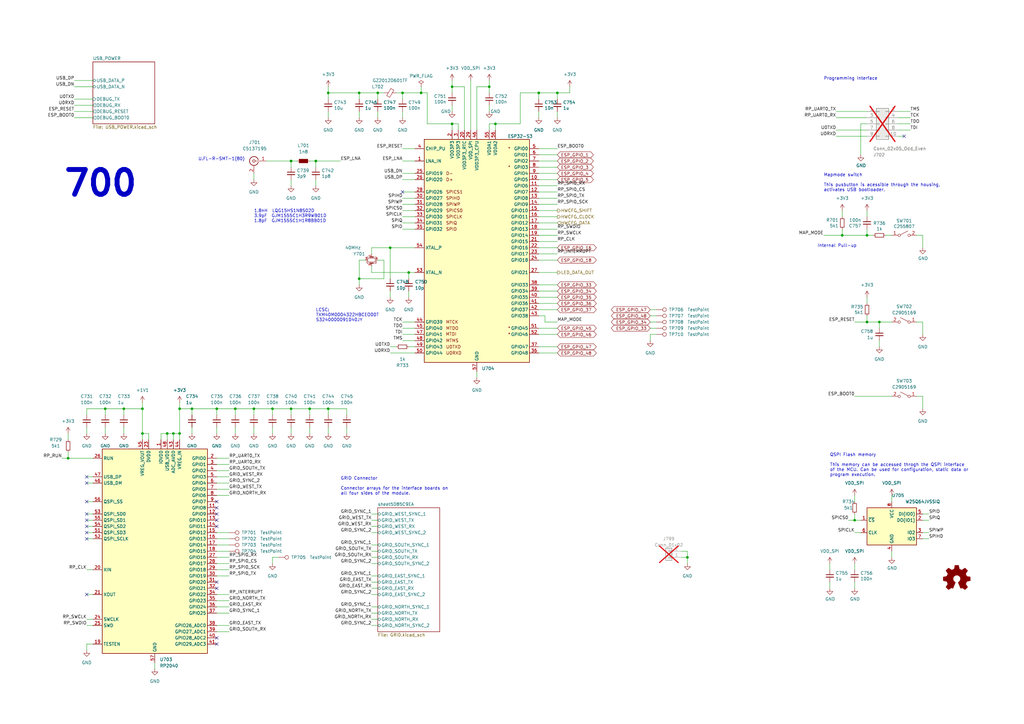
<source format=kicad_sch>
(kicad_sch (version 20231120) (generator "eeschema") (generator_version "8.0")
  (paper "A3")
  (junction (at 88.9 167.64))
  (junction (at 129.54 66.04))
  (junction (at 220.98 38.1))
  (junction (at 71.12 177.8))
  (junction (at 147.32 38.1))
  (junction (at 58.42 177.8))
  (junction (at 172.72 38.1))
  (junction (at 167.64 111.76))
  (junction (at 73.66 177.8))
  (junction (at 147.32 114.3))
  (junction (at 127 167.64))
  (junction (at 73.66 167.64))
  (junction (at 27.94 187.96))
  (junction (at 185.42 50.8))
  (junction (at 350.52 213.36))
  (junction (at 154.94 38.1))
  (junction (at 160.02 101.6))
  (junction (at 355.6 132.08))
  (junction (at 134.62 167.64))
  (junction (at 50.8 167.64))
  (junction (at 119.38 167.64))
  (junction (at 200.66 35.56))
  (junction (at 68.58 177.8))
  (junction (at 96.52 167.64))
  (junction (at 111.76 167.64))
  (junction (at 43.18 167.64))
  (junction (at 104.14 167.64))
  (junction (at 228.6 38.1))
  (junction (at 134.62 38.1))
  (junction (at 58.42 167.64))
  (junction (at 203.2 50.8))
  (junction (at 185.42 35.56))
  (junction (at 78.74 167.64))
  (junction (at 355.6 96.52))
  (junction (at 360.68 132.08))
  (junction (at 345.44 96.52))
  (junction (at 281.94 228.6))
  (junction (at 119.38 66.04))
  (junction (at 165.1 38.1))
  (no_connect (at 370.84 55.88))
  (no_connect (at 165.1 78.74))
  (no_connect (at 35.56 210.82))
  (no_connect (at 35.56 205.74))
  (no_connect (at 35.56 213.36))
  (no_connect (at 35.56 243.84))
  (no_connect (at 35.56 220.98))
  (no_connect (at 35.56 215.9))
  (no_connect (at 35.56 218.44))
  (no_connect (at 35.56 198.12))
  (no_connect (at 35.56 195.58))
  (no_connect (at 88.9 264.16))
  (no_connect (at 88.9 261.62))
  (no_connect (at 88.9 238.76))
  (no_connect (at 88.9 241.3))
  (no_connect (at 88.9 215.9))
  (no_connect (at 88.9 213.36))
  (no_connect (at 88.9 210.82))
  (no_connect (at 88.9 208.28))
  (no_connect (at 88.9 205.74))
  (wire (pts (xy 73.66 167.64) (xy 78.74 167.64)))
  (wire (pts (xy 355.6 121.92) (xy 355.6 124.46)))
  (wire (pts (xy 35.56 198.12) (xy 38.1 198.12)))
  (wire (pts (xy 88.9 218.44) (xy 93.98 218.44)))
  (wire (pts (xy 213.36 38.1) (xy 220.98 38.1)))
  (wire (pts (xy 119.38 175.26) (xy 119.38 177.8)))
  (wire (pts (xy 58.42 180.34) (xy 58.42 177.8)))
  (wire (pts (xy 27.94 187.96) (xy 38.1 187.96)))
  (wire (pts (xy 165.1 93.98) (xy 170.18 93.98)))
  (wire (pts (xy 203.2 50.8) (xy 203.2 53.34)))
  (wire (pts (xy 360.68 139.7) (xy 360.68 142.24)))
  (wire (pts (xy 167.64 111.76) (xy 167.64 114.3)))
  (wire (pts (xy 228.6 38.1) (xy 220.98 38.1)))
  (wire (pts (xy 73.66 180.34) (xy 73.66 177.8)))
  (wire (pts (xy 154.94 228.6) (xy 152.4 228.6)))
  (wire (pts (xy 127 175.26) (xy 127 177.8)))
  (wire (pts (xy 350.52 162.56) (xy 365.76 162.56)))
  (wire (pts (xy 58.42 177.8) (xy 58.42 167.64)))
  (wire (pts (xy 88.9 231.14) (xy 93.98 231.14)))
  (wire (pts (xy 355.6 93.98) (xy 355.6 96.52)))
  (wire (pts (xy 266.7 134.62) (xy 269.24 134.62)))
  (wire (pts (xy 147.32 38.1) (xy 154.94 38.1)))
  (wire (pts (xy 104.14 175.26) (xy 104.14 177.8)))
  (wire (pts (xy 360.68 132.08) (xy 355.6 132.08)))
  (wire (pts (xy 165.1 137.16) (xy 170.18 137.16)))
  (wire (pts (xy 43.18 167.64) (xy 50.8 167.64)))
  (wire (pts (xy 63.5 271.78) (xy 63.5 274.32)))
  (wire (pts (xy 88.9 226.06) (xy 93.98 226.06)))
  (wire (pts (xy 342.9 53.34) (xy 355.6 53.34)))
  (wire (pts (xy 233.68 35.56) (xy 233.68 38.1)))
  (wire (pts (xy 96.52 170.18) (xy 96.52 167.64)))
  (wire (pts (xy 220.98 106.68) (xy 228.6 106.68)))
  (wire (pts (xy 154.94 218.44) (xy 152.4 218.44)))
  (wire (pts (xy 152.4 104.14) (xy 152.4 101.6)))
  (wire (pts (xy 88.9 220.98) (xy 93.98 220.98)))
  (wire (pts (xy 220.98 63.5) (xy 228.6 63.5)))
  (wire (pts (xy 134.62 45.72) (xy 134.62 48.26)))
  (wire (pts (xy 220.98 119.38) (xy 228.6 119.38)))
  (wire (pts (xy 154.94 106.68) (xy 157.48 106.68)))
  (wire (pts (xy 203.2 50.8) (xy 213.36 50.8)))
  (wire (pts (xy 165.1 86.36) (xy 170.18 86.36)))
  (wire (pts (xy 160.02 101.6) (xy 170.18 101.6)))
  (wire (pts (xy 35.56 195.58) (xy 38.1 195.58)))
  (wire (pts (xy 88.9 246.38) (xy 93.98 246.38)))
  (wire (pts (xy 152.4 111.76) (xy 167.64 111.76)))
  (wire (pts (xy 279.4 228.6) (xy 281.94 228.6)))
  (wire (pts (xy 134.62 175.26) (xy 134.62 177.8)))
  (wire (pts (xy 353.06 50.8) (xy 353.06 63.5)))
  (wire (pts (xy 96.52 175.26) (xy 96.52 177.8)))
  (wire (pts (xy 88.9 248.92) (xy 93.98 248.92)))
  (wire (pts (xy 355.6 86.36) (xy 355.6 88.9)))
  (wire (pts (xy 365.76 203.2) (xy 365.76 205.74)))
  (wire (pts (xy 266.7 132.08) (xy 269.24 132.08)))
  (wire (pts (xy 35.56 210.82) (xy 38.1 210.82)))
  (wire (pts (xy 165.1 38.1) (xy 172.72 38.1)))
  (wire (pts (xy 220.98 144.78) (xy 228.6 144.78)))
  (wire (pts (xy 350.52 203.2) (xy 350.52 205.74)))
  (wire (pts (xy 88.9 187.96) (xy 93.98 187.96)))
  (wire (pts (xy 378.46 162.56) (xy 375.92 162.56)))
  (wire (pts (xy 220.98 88.9) (xy 228.6 88.9)))
  (wire (pts (xy 35.56 220.98) (xy 38.1 220.98)))
  (wire (pts (xy 220.98 101.6) (xy 228.6 101.6)))
  (wire (pts (xy 378.46 218.44) (xy 381 218.44)))
  (wire (pts (xy 154.94 45.72) (xy 154.94 48.26)))
  (wire (pts (xy 35.56 213.36) (xy 38.1 213.36)))
  (wire (pts (xy 172.72 38.1) (xy 175.26 38.1)))
  (wire (pts (xy 88.9 259.08) (xy 93.98 259.08)))
  (wire (pts (xy 337.82 96.52) (xy 345.44 96.52)))
  (wire (pts (xy 35.56 233.68) (xy 38.1 233.68)))
  (wire (pts (xy 195.58 35.56) (xy 195.58 53.34)))
  (wire (pts (xy 104.14 170.18) (xy 104.14 167.64)))
  (wire (pts (xy 165.1 83.82) (xy 170.18 83.82)))
  (wire (pts (xy 147.32 106.68) (xy 149.86 106.68)))
  (wire (pts (xy 220.98 129.54) (xy 223.52 129.54)))
  (wire (pts (xy 88.9 223.52) (xy 93.98 223.52)))
  (wire (pts (xy 167.64 119.38) (xy 167.64 121.92)))
  (wire (pts (xy 68.58 177.8) (xy 71.12 177.8)))
  (wire (pts (xy 187.96 53.34) (xy 187.96 50.8)))
  (wire (pts (xy 345.44 93.98) (xy 345.44 96.52)))
  (wire (pts (xy 350.52 231.14) (xy 350.52 233.68)))
  (wire (pts (xy 154.94 223.52) (xy 152.4 223.52)))
  (wire (pts (xy 172.72 35.56) (xy 172.72 38.1)))
  (wire (pts (xy 88.9 200.66) (xy 93.98 200.66)))
  (wire (pts (xy 378.46 96.52) (xy 378.46 101.6)))
  (wire (pts (xy 160.02 142.24) (xy 162.56 142.24)))
  (wire (pts (xy 223.52 132.08) (xy 228.6 132.08)))
  (wire (pts (xy 111.76 167.64) (xy 119.38 167.64)))
  (wire (pts (xy 152.4 101.6) (xy 160.02 101.6)))
  (wire (pts (xy 35.56 175.26) (xy 35.56 177.8)))
  (wire (pts (xy 165.1 91.44) (xy 170.18 91.44)))
  (wire (pts (xy 154.94 241.3) (xy 152.4 241.3)))
  (wire (pts (xy 58.42 165.1) (xy 58.42 167.64)))
  (wire (pts (xy 228.6 60.96) (xy 220.98 60.96)))
  (wire (pts (xy 147.32 114.3) (xy 147.32 116.84)))
  (wire (pts (xy 134.62 167.64) (xy 142.24 167.64)))
  (wire (pts (xy 220.98 83.82) (xy 228.6 83.82)))
  (wire (pts (xy 109.22 66.04) (xy 119.38 66.04)))
  (wire (pts (xy 160.02 144.78) (xy 170.18 144.78)))
  (wire (pts (xy 88.9 198.12) (xy 93.98 198.12)))
  (wire (pts (xy 350.52 213.36) (xy 347.98 213.36)))
  (wire (pts (xy 88.9 228.6) (xy 93.98 228.6)))
  (wire (pts (xy 35.56 256.54) (xy 38.1 256.54)))
  (wire (pts (xy 375.92 96.52) (xy 378.46 96.52)))
  (wire (pts (xy 350.52 132.08) (xy 355.6 132.08)))
  (wire (pts (xy 213.36 38.1) (xy 213.36 50.8)))
  (wire (pts (xy 88.9 170.18) (xy 88.9 167.64)))
  (wire (pts (xy 378.46 210.82) (xy 381 210.82)))
  (wire (pts (xy 281.94 226.06) (xy 279.4 226.06)))
  (wire (pts (xy 73.66 177.8) (xy 73.66 167.64)))
  (wire (pts (xy 165.1 81.28) (xy 170.18 81.28)))
  (wire (pts (xy 30.48 45.72) (xy 38.1 45.72)))
  (wire (pts (xy 154.94 213.36) (xy 152.4 213.36)))
  (wire (pts (xy 355.6 129.54) (xy 355.6 132.08)))
  (wire (pts (xy 228.6 45.72) (xy 228.6 48.26)))
  (wire (pts (xy 353.06 218.44) (xy 350.52 218.44)))
  (wire (pts (xy 165.1 45.72) (xy 165.1 48.26)))
  (wire (pts (xy 190.5 35.56) (xy 190.5 53.34)))
  (wire (pts (xy 368.3 45.72) (xy 373.38 45.72)))
  (wire (pts (xy 185.42 35.56) (xy 185.42 38.1)))
  (wire (pts (xy 266.7 137.16) (xy 269.24 137.16)))
  (wire (pts (xy 88.9 251.46) (xy 93.98 251.46)))
  (wire (pts (xy 370.84 55.88) (xy 368.3 55.88)))
  (wire (pts (xy 35.56 254) (xy 38.1 254)))
  (wire (pts (xy 165.1 60.96) (xy 170.18 60.96)))
  (wire (pts (xy 142.24 175.26) (xy 142.24 177.8)))
  (wire (pts (xy 43.18 170.18) (xy 43.18 167.64)))
  (wire (pts (xy 88.9 203.2) (xy 93.98 203.2)))
  (wire (pts (xy 129.54 66.04) (xy 127 66.04)))
  (wire (pts (xy 167.64 142.24) (xy 170.18 142.24)))
  (wire (pts (xy 200.66 50.8) (xy 203.2 50.8)))
  (wire (pts (xy 111.76 175.26) (xy 111.76 177.8)))
  (wire (pts (xy 200.66 50.8) (xy 200.66 53.34)))
  (wire (pts (xy 119.38 66.04) (xy 121.92 66.04)))
  (wire (pts (xy 154.94 226.06) (xy 152.4 226.06)))
  (wire (pts (xy 160.02 119.38) (xy 160.02 121.92)))
  (wire (pts (xy 88.9 243.84) (xy 93.98 243.84)))
  (wire (pts (xy 88.9 256.54) (xy 93.98 256.54)))
  (wire (pts (xy 154.94 238.76) (xy 152.4 238.76)))
  (wire (pts (xy 165.1 134.62) (xy 170.18 134.62)))
  (wire (pts (xy 154.94 231.14) (xy 152.4 231.14)))
  (wire (pts (xy 378.46 167.64) (xy 378.46 162.56)))
  (wire (pts (xy 88.9 175.26) (xy 88.9 177.8)))
  (wire (pts (xy 147.32 38.1) (xy 147.32 40.64)))
  (wire (pts (xy 281.94 228.6) (xy 281.94 226.06)))
  (wire (pts (xy 185.42 43.18) (xy 185.42 45.72)))
  (wire (pts (xy 119.38 170.18) (xy 119.38 167.64)))
  (wire (pts (xy 104.14 71.12) (xy 104.14 73.66)))
  (wire (pts (xy 68.58 177.8) (xy 68.58 180.34)))
  (wire (pts (xy 35.56 170.18) (xy 35.56 167.64)))
  (wire (pts (xy 154.94 40.64) (xy 154.94 38.1)))
  (wire (pts (xy 185.42 50.8) (xy 175.26 50.8)))
  (wire (pts (xy 368.3 50.8) (xy 373.38 50.8)))
  (wire (pts (xy 220.98 137.16) (xy 228.6 137.16)))
  (wire (pts (xy 165.1 139.7) (xy 170.18 139.7)))
  (wire (pts (xy 154.94 243.84) (xy 152.4 243.84)))
  (wire (pts (xy 71.12 177.8) (xy 71.12 180.34)))
  (wire (pts (xy 342.9 48.26) (xy 355.6 48.26)))
  (wire (pts (xy 88.9 233.68) (xy 93.98 233.68)))
  (wire (pts (xy 378.46 132.08) (xy 375.92 132.08)))
  (wire (pts (xy 154.94 236.22) (xy 152.4 236.22)))
  (wire (pts (xy 233.68 38.1) (xy 228.6 38.1)))
  (wire (pts (xy 35.56 167.64) (xy 43.18 167.64)))
  (wire (pts (xy 88.9 190.5) (xy 93.98 190.5)))
  (wire (pts (xy 342.9 45.72) (xy 355.6 45.72)))
  (wire (pts (xy 340.36 241.3) (xy 340.36 238.76)))
  (wire (pts (xy 60.96 180.34) (xy 60.96 177.8)))
  (wire (pts (xy 281.94 231.14) (xy 281.94 228.6)))
  (wire (pts (xy 96.52 167.64) (xy 104.14 167.64)))
  (wire (pts (xy 104.14 167.64) (xy 111.76 167.64)))
  (wire (pts (xy 27.94 185.42) (xy 27.94 187.96)))
  (wire (pts (xy 190.5 35.56) (xy 185.42 35.56)))
  (wire (pts (xy 220.98 38.1) (xy 220.98 40.64)))
  (wire (pts (xy 340.36 231.14) (xy 340.36 233.68)))
  (wire (pts (xy 35.56 215.9) (xy 38.1 215.9)))
  (wire (pts (xy 43.18 175.26) (xy 43.18 177.8)))
  (wire (pts (xy 165.1 88.9) (xy 170.18 88.9)))
  (wire (pts (xy 35.56 264.16) (xy 35.56 266.7)))
  (wire (pts (xy 127 167.64) (xy 134.62 167.64)))
  (wire (pts (xy 200.66 35.56) (xy 200.66 38.1)))
  (wire (pts (xy 154.94 256.54) (xy 152.4 256.54)))
  (wire (pts (xy 170.18 71.12) (xy 165.1 71.12)))
  (wire (pts (xy 152.4 210.82) (xy 154.94 210.82)))
  (wire (pts (xy 220.98 127) (xy 228.6 127)))
  (wire (pts (xy 152.4 111.76) (xy 152.4 109.22)))
  (wire (pts (xy 220.98 78.74) (xy 228.6 78.74)))
  (wire (pts (xy 147.32 45.72) (xy 147.32 48.26)))
  (wire (pts (xy 365.76 228.6) (xy 365.76 226.06)))
  (wire (pts (xy 220.98 93.98) (xy 228.6 93.98)))
  (wire (pts (xy 185.42 33.02) (xy 185.42 35.56)))
  (wire (pts (xy 134.62 170.18) (xy 134.62 167.64)))
  (wire (pts (xy 345.44 96.52) (xy 355.6 96.52)))
  (wire (pts (xy 154.94 248.92) (xy 152.4 248.92)))
  (wire (pts (xy 154.94 251.46) (xy 152.4 251.46)))
  (wire (pts (xy 50.8 167.64) (xy 58.42 167.64)))
  (wire (pts (xy 142.24 170.18) (xy 142.24 167.64)))
  (wire (pts (xy 220.98 71.12) (xy 228.6 71.12)))
  (wire (pts (xy 88.9 167.64) (xy 96.52 167.64)))
  (wire (pts (xy 378.46 213.36) (xy 381 213.36)))
  (wire (pts (xy 88.9 236.22) (xy 93.98 236.22)))
  (wire (pts (xy 165.1 78.74) (xy 170.18 78.74)))
  (wire (pts (xy 175.26 38.1) (xy 175.26 50.8)))
  (wire (pts (xy 30.48 48.26) (xy 38.1 48.26)))
  (wire (pts (xy 35.56 243.84) (xy 38.1 243.84)))
  (wire (pts (xy 195.58 35.56) (xy 200.66 35.56)))
  (wire (pts (xy 88.9 193.04) (xy 93.98 193.04)))
  (wire (pts (xy 193.04 33.02) (xy 193.04 53.34)))
  (wire (pts (xy 220.98 134.62) (xy 228.6 134.62)))
  (wire (pts (xy 378.46 220.98) (xy 381 220.98)))
  (wire (pts (xy 129.54 66.04) (xy 139.7 66.04)))
  (wire (pts (xy 220.98 81.28) (xy 228.6 81.28)))
  (wire (pts (xy 353.06 50.8) (xy 355.6 50.8)))
  (wire (pts (xy 25.4 187.96) (xy 27.94 187.96)))
  (wire (pts (xy 266.7 129.54) (xy 269.24 129.54)))
  (wire (pts (xy 119.38 66.04) (xy 119.38 68.58)))
  (wire (pts (xy 228.6 38.1) (xy 228.6 40.64)))
  (wire (pts (xy 373.38 48.26) (xy 368.3 48.26)))
  (wire (pts (xy 50.8 167.64) (xy 50.8 170.18)))
  (wire (pts (xy 170.18 73.66) (xy 165.1 73.66)))
  (wire (pts (xy 157.48 114.3) (xy 147.32 114.3)))
  (wire (pts (xy 147.32 114.3) (xy 147.32 106.68)))
  (wire (pts (xy 129.54 68.58) (xy 129.54 66.04)))
  (wire (pts (xy 35.56 205.74) (xy 38.1 205.74)))
  (wire (pts (xy 160.02 101.6) (xy 160.02 114.3)))
  (wire (pts (xy 220.98 86.36) (xy 228.6 86.36)))
  (wire (pts (xy 373.38 53.34) (xy 368.3 53.34)))
  (wire (pts (xy 78.74 175.26) (xy 78.74 177.8)))
  (wire (pts (xy 30.48 43.18) (xy 38.1 43.18)))
  (wire (pts (xy 220.98 116.84) (xy 228.6 116.84)))
  (wire (pts (xy 71.12 177.8) (xy 73.66 177.8)))
  (wire (pts (xy 220.98 68.58) (xy 228.6 68.58)))
  (wire (pts (xy 345.44 86.36) (xy 345.44 88.9)))
  (wire (pts (xy 134.62 35.56) (xy 134.62 38.1)))
  (wire (pts (xy 350.52 241.3) (xy 350.52 238.76)))
  (wire (pts (xy 200.66 33.02) (xy 200.66 35.56)))
  (wire (pts (xy 266.7 139.7) (xy 266.7 137.16)))
  (wire (pts (xy 220.98 96.52) (xy 228.6 96.52)))
  (wire (pts (xy 195.58 152.4) (xy 195.58 154.94)))
  (wire (pts (xy 365.76 132.08) (xy 360.68 132.08)))
  (wire (pts (xy 220.98 111.76) (xy 228.6 111.76)))
  (wire (pts (xy 78.74 167.64) (xy 88.9 167.64)))
  (wire (pts (xy 127 170.18) (xy 127 167.64)))
  (wire (pts (xy 119.38 73.66) (xy 119.38 76.2)))
  (wire (pts (xy 165.1 66.04) (xy 170.18 66.04)))
  (wire (pts (xy 38.1 33.02) (xy 30.48 33.02)))
  (wire (pts (xy 220.98 142.24) (xy 228.6 142.24)))
  (wire (pts (xy 355.6 96.52) (xy 358.14 96.52)))
  (wire (pts (xy 88.9 195.58) (xy 93.98 195.58)))
  (wire (pts (xy 60.96 177.8) (xy 58.42 177.8)))
  (wire (pts (xy 50.8 175.26) (xy 50.8 177.8)))
  (wire (pts (xy 187.96 50.8) (xy 185.42 50.8)))
  (wire (pts (xy 154.94 38.1) (xy 157.48 38.1)))
  (wire (pts (xy 165.1 38.1) (xy 165.1 40.64)))
  (wire (pts (xy 78.74 167.64) (xy 78.74 170.18)))
  (wire (pts (xy 157.48 106.68) (xy 157.48 114.3)))
  (wire (pts (xy 220.98 73.66) (xy 228.6 73.66)))
  (wire (pts (xy 220.98 99.06) (xy 228.6 99.06)))
  (wire (pts (xy 27.94 177.8) (xy 27.94 180.34)))
  (wire (pts (xy 167.64 111.76) (xy 170.18 111.76)))
  (wire (pts (xy 111.76 170.18) (xy 111.76 167.64)))
  (wire (pts (xy 220.98 45.72) (xy 220.98 48.26)))
  (wire (pts (xy 220.98 124.46) (xy 228.6 124.46)))
  (wire (pts (xy 266.7 127) (xy 269.24 127)))
  (wire (pts (xy 66.04 180.34) (xy 66.04 177.8)))
  (wire (pts (xy 129.54 73.66) (xy 129.54 76.2)))
  (wire (pts (xy 152.4 215.9) (xy 154.94 215.9)))
  (wire (pts (xy 35.56 218.44) (xy 38.1 218.44)))
  (wire (pts (xy 119.38 167.64) (xy 127 167.64)))
  (wire (pts (xy 220.98 66.04) (xy 228.6 66.04)))
  (wire (pts (xy 220.98 91.44) (xy 228.6 91.44)))
  (wire (pts (xy 220.98 121.92) (xy 228.6 121.92)))
  (wire (pts (xy 353.06 213.36) (xy 350.52 213.36)))
  (wire (pts (xy 30.48 40.64) (xy 38.1 40.64)))
  (wire (pts (xy 154.94 254) (xy 152.4 254)))
  (wire (pts (xy 378.46 137.16) (xy 378.46 132.08)))
  (wire (pts (xy 73.66 165.1) (xy 73.66 167.64)))
  (wire (pts (xy 342.9 55.88) (xy 355.6 55.88)))
  (wire (pts (xy 162.56 38.1) (xy 165.1 38.1)))
  (wire (pts (xy 111.76 231.14) (xy 111.76 228.6)))
  (wire (pts (xy 200.66 43.18) (xy 200.66 45.72)))
  (wire (pts (xy 134.62 38.1) (xy 134.62 40.64)))
  (wire (pts (xy 185.42 50.8) (xy 185.42 53.34)))
  (wire (pts (xy 360.68 132.08) (xy 360.68 134.62)))
  (wire (pts (xy 350.52 210.82) (xy 350.52 213.36)))
  (wire (pts (xy 66.04 177.8) (xy 68.58 177.8)))
  (wire (pts (xy 35.56 264.16) (xy 38.1 264.16)))
  (wire (pts (xy 363.22 96.52) (xy 365.76 96.52)))
  (wire (pts (xy 165.1 132.08) (xy 170.18 132.08)))
  (wire (pts (xy 30.48 35.56) (xy 38.1 35.56)))
  (wire (pts (xy 220.98 76.2) (xy 228.6 76.2)))
  (wire (pts (xy 220.98 104.14) (xy 228.6 104.14)))
  (wire (pts (xy 111.76 228.6) (xy 114.3 228.6)))
  (wire (pts (xy 134.62 38.1) (xy 147.32 38.1)))
  (wire (pts (xy 223.52 129.54) (xy 223.52 132.08)))
  (text "Mapmode switch\n\nThis pusbutton is acessible through the housing, \nactivates USB bootloader." (at 337.82 78.74 0) (effects (font (size 1.27 1.27)) (justify left bottom)))
  (text "700" (at 25.4 81.28 0) (effects (font (size 10.16 10.16) (thickness 2.032) (bold yes)) (justify left bottom)))
  (text "LCSC:\nTXM40M0004322HBCEO00T\nS3240000091040JY" (at 129.54 132.08 0) (effects (font (size 1.27 1.27)) (justify left bottom)))
  (text "1.8nH  LQG15HS1N8S02D\n3.9pF  GJM1555C1H3R9WB01D\n1.8pF  GJM1555C1H1R8BB01D" (at 104.14 91.44 0) (effects (font (size 1.27 1.27)) (justify left bottom)))
  (text "QSPI Flash memory\n\nThis memory can be accessed throgh the QSPI interface\nof the MCU. Can be used for configuration, static data or\nprogram execution." (at 340.36 195.58 0) (effects (font (size 1.27 1.27)) (justify left bottom)))
  (text "Internal Pull-up" (at 335.28 101.6 0) (effects (font (size 1.27 1.27)) (justify left bottom)))
  (text "GRID Connector\n\nConnector arrays for the interface boards on \nall four sides of the module." (at 139.7 203.2 0) (effects (font (size 1.27 1.27)) (justify left bottom)))
  (text "U.FL-R-SMT-1(80) " (at 81.28 66.04 0) (effects (font (size 1.27 1.27)) (justify left bottom)))
  (text "Programming Interface\n" (at 337.82 33.02 0) (effects (font (size 1.27 1.27)) (justify left bottom)))
  (label "RP_SPI0_CS" (at 93.98 231.14 0))
  (label "GRID_SYNC_1" (at 152.4 223.52 180))
  (label "GRID_EAST_TX" (at 93.98 256.54 0))
  (label "RP_SPI0_RX" (at 93.98 228.6 0))
  (label "GRID_SOUTH_TX" (at 152.4 226.06 180))
  (label "SPICS0" (at 165.1 86.36 180))
  (label "GRID_SYNC_2" (at 152.4 218.44 180))
  (label "GRID_NORTH_TX" (at 93.98 246.38 0))
  (label "GRID_NORTH_TX" (at 152.4 251.46 180))
  (label "USB_DN" (at 30.48 35.56 180))
  (label "GRID_SYNC_2" (at 152.4 256.54 180))
  (label "MAP_MODE" (at 337.82 96.52 180))
  (label "U0TXD" (at 160.02 142.24 180))
  (label "SPICS0" (at 347.98 213.36 180))
  (label "ESP_RESET" (at 30.48 45.72 180))
  (label "TMS" (at 165.1 139.7 180))
  (label "TCK" (at 165.1 132.08 180))
  (label "GRID_NORTH_RX" (at 93.98 203.2 0))
  (label "RP_SWCLK" (at 35.56 254 180))
  (label "RP_SPI0_RX" (at 228.6 76.2 0))
  (label "GRID_SYNC_1" (at 152.4 210.82 180))
  (label "SPIQ" (at 165.1 91.44 180))
  (label "U0TXD" (at 30.48 40.64 180))
  (label "RP_SPI0_TX" (at 93.98 236.22 0))
  (label "GRID_SYNC_1" (at 152.4 236.22 180))
  (label "U0RXD" (at 160.02 144.78 180))
  (label "TDO" (at 165.1 134.62 180))
  (label "U0RXD" (at 342.9 55.88 180))
  (label "ESP_BOOT0" (at 30.48 48.26 180))
  (label "GRID_SOUTH_RX" (at 93.98 259.08 0))
  (label "GRID_SYNC_2" (at 152.4 243.84 180))
  (label "SPIQ" (at 381 213.36 0))
  (label "RP_SPI0_TX" (at 228.6 81.28 0))
  (label "GRID_WEST_RX" (at 152.4 215.9 180))
  (label "GRID_WEST_RX" (at 93.98 195.58 0))
  (label "RP_SWDIO" (at 228.6 93.98 0))
  (label "RP_SWDIO" (at 35.56 256.54 180))
  (label "RP_CLK" (at 35.56 233.68 180))
  (label "RP_SWCLK" (at 228.6 96.52 0))
  (label "RP_SPI0_SCK" (at 93.98 233.68 0))
  (label "RP_UART0_TX" (at 93.98 187.96 0))
  (label "SPID" (at 165.1 93.98 180))
  (label "U0TXD" (at 342.9 53.34 180))
  (label "SPID" (at 381 210.82 0))
  (label "ESP_BOOT0" (at 228.6 60.96 0))
  (label "TDO" (at 373.38 50.8 0))
  (label "TDI" (at 165.1 137.16 180))
  (label "GRID_WEST_TX" (at 93.98 200.66 0))
  (label "RP_INTERRUPT" (at 228.6 104.14 0))
  (label "RP_SPI0_SCK" (at 228.6 83.82 0))
  (label "GRID_EAST_RX" (at 93.98 248.92 0))
  (label "USB_DN" (at 165.1 71.12 180))
  (label "SPIHD" (at 165.1 81.28 180))
  (label "ESP_RESET" (at 165.1 60.96 180))
  (label "TMS" (at 373.38 45.72 0))
  (label "SPIHD" (at 381 220.98 0))
  (label "ESP_LNA" (at 139.7 66.04 0))
  (label "ESP_BOOT0" (at 350.52 162.56 180))
  (label "RP_UART0_TX" (at 342.9 45.72 180))
  (label "RP_INTERRUPT" (at 93.98 243.84 0))
  (label "U0RXD" (at 30.48 43.18 180))
  (label "GRID_EAST_RX" (at 152.4 241.3 180))
  (label "USB_DP" (at 165.1 73.66 180))
  (label "GRID_SOUTH_TX" (at 93.98 193.04 0))
  (label "GRID_EAST_TX" (at 152.4 238.76 180))
  (label "SPICLK" (at 350.52 218.44 180))
  (label "RP_SPI0_CS" (at 228.6 78.74 0))
  (label "RP_UART0_RX" (at 342.9 48.26 180))
  (label "TCK" (at 373.38 48.26 0))
  (label "RP_RUN" (at 25.4 187.96 180))
  (label "RP_CLK" (at 228.6 99.06 0))
  (label "TDI" (at 373.38 53.34 0))
  (label "GRID_SYNC_1" (at 93.98 251.46 0))
  (label "ESP_RESET" (at 350.52 132.08 180))
  (label "GRID_SOUTH_RX" (at 152.4 228.6 180))
  (label "SPIWP" (at 165.1 83.82 180))
  (label "MAP_MODE" (at 228.6 132.08 0))
  (label "USB_DP" (at 30.48 33.02 180))
  (label "SPICLK" (at 165.1 88.9 180))
  (label "ESP_LNA" (at 165.1 66.04 180))
  (label "GRID_SYNC_1" (at 152.4 248.92 180))
  (label "RP_UART0_RX" (at 93.98 190.5 0))
  (label "SPIWP" (at 381 218.44 0))
  (label "GRID_NORTH_RX" (at 152.4 254 180))
  (label "GRID_SYNC_2" (at 93.98 198.12 0))
  (label "GRID_SYNC_2" (at 152.4 231.14 180))
  (label "GRID_WEST_TX" (at 152.4 213.36 180))
  (global_label "ESP_GPIO_33" (shape bidirectional) (at 228.6 116.84 0) (property "Intersheetrefs" "${INTERSHEET_REFS}" (effects (hide yes))))
  (global_label "ESP_GPIO_16" (shape bidirectional) (at 228.6 101.6 0) (property "Intersheetrefs" "${INTERSHEET_REFS}" (effects (hide yes))))
  (global_label "ESP_GPIO_34" (shape bidirectional) (at 266.7 132.08 180) (property "Intersheetrefs" "${INTERSHEET_REFS}" (effects (hide yes))))
  (global_label "ESP_GPIO_47" (shape bidirectional) (at 266.7 127 180) (property "Intersheetrefs" "${INTERSHEET_REFS}" (effects (hide yes))))
  (global_label "ESP_GPIO_48" (shape bidirectional) (at 228.6 144.78 0) (property "Intersheetrefs" "${INTERSHEET_REFS}" (effects (hide yes))))
  (global_label "ESP_GPIO_2" (shape bidirectional) (at 228.6 66.04 0) (property "Intersheetrefs" "${INTERSHEET_REFS}" (effects (hide yes))))
  (global_label "ESP_GPIO_4" (shape bidirectional) (at 228.6 71.12 0) (property "Intersheetrefs" "${INTERSHEET_REFS}" (effects (hide yes))))
  (global_label "ESP_GPIO_1" (shape bidirectional) (at 228.6 63.5 0) (property "Intersheetrefs" "${INTERSHEET_REFS}" (effects (hide yes))))
  (global_label "ESP_GPIO_45" (shape bidirectional) (at 228.6 134.62 0) (property "Intersheetrefs" "${INTERSHEET_REFS}" (effects (hide yes))))
  (global_label "ESP_GPIO_36" (shape bidirectional) (at 228.6 124.46 0) (property "Intersheetrefs" "${INTERSHEET_REFS}" (effects (hide yes))))
  (global_label "ESP_GPIO_18" (shape bidirectional) (at 228.6 106.68 0) (property "Intersheetrefs" "${INTERSHEET_REFS}" (effects (hide yes))))
  (global_label "ESP_GPIO_5" (shape bidirectional) (at 228.6 73.66 0) (property "Intersheetrefs" "${INTERSHEET_REFS}" (effects (hide yes))))
  (global_label "ESP_GPIO_46" (shape bidirectional) (at 228.6 137.16 0) (property "Intersheetrefs" "${INTERSHEET_REFS}" (effects (hide yes))))
  (global_label "ESP_GPIO_48" (shape bidirectional) (at 266.7 129.54 180) (property "Intersheetrefs" "${INTERSHEET_REFS}" (effects (hide yes))))
  (global_label "ESP_GPIO_33" (shape bidirectional) (at 266.7 134.62 180) (property "Intersheetrefs" "${INTERSHEET_REFS}" (effects (hide yes))))
  (global_label "ESP_GPIO_35" (shape bidirectional) (at 228.6 121.92 0) (property "Intersheetrefs" "${INTERSHEET_REFS}" (effects (hide yes))))
  (global_label "ESP_GPIO_34" (shape bidirectional) (at 228.6 119.38 0) (property "Intersheetrefs" "${INTERSHEET_REFS}" (effects (hide yes))))
  (global_label "ESP_GPIO_3" (shape bidirectional) (at 228.6 68.58 0) (property "Intersheetrefs" "${INTERSHEET_REFS}" (effects (hide yes))))
  (global_label "ESP_GPIO_47" (shape bidirectional) (at 228.6 142.24 0) (property "Intersheetrefs" "${INTERSHEET_REFS}" (effects (hide yes))))
  (global_label "ESP_GPIO_37" (shape bidirectional) (at 228.6 127 0) (property "Intersheetrefs" "${INTERSHEET_REFS}" (effects (hide yes))))
  (hierarchical_label "HWCFG_CLOCK" (shape output) (at 228.6 88.9 0))
  (hierarchical_label "HWCFG_DATA" (shape input) (at 228.6 91.44 0))
  (hierarchical_label "HWCFG_SHIFT" (shape output) (at 228.6 86.36 0))
  (hierarchical_label "LED_DATA_OUT" (shape output) (at 228.6 111.76 0))
  (symbol (lib_id "suku_basics:U_FLASH_W25Q16JVSSIQ") (at 365.76 215.9 0) (unit 1)
    (property "Reference" "U705" (at 368.3 203.2 0))
    (property "Value" "W25Q64JVSSIQ" (at 378.46 205.74 0))
    (property "Footprint" "suku_basics:SOIC-8W_FLASH" (effects (hide yes)))
    (property "Datasheet" "http://www.winbond.com/resource-files/w25q32jv%20revg%2003272018%20plus.pdf" (effects (hide yes)))
  )
  (symbol (lib_id "suku_basics:CAP") (at 350.52 236.22 0) (unit 1)
    (property "Reference" "C756" (at 352.8568 235.0516 0) (effects (justify left)))
    (property "Value" "100n" (at 352.8568 237.363 0) (effects (justify left)))
    (property "Footprint" "suku_basics:CAP_0402" (effects (hide yes)))
  )
  (symbol (lib_id "power:GND") (at 365.76 228.6 0) (unit 1)
    (property "Reference" "#PWR0843" (effects (hide yes)))
    (property "Value" "GND" (at 365.887 232.9942 0))
  )
  (symbol (lib_id "power:GND") (at 350.52 241.3 0) (unit 1)
    (property "Reference" "#PWR0838" (effects (hide yes)))
    (property "Value" "GND" (at 350.647 245.6942 0))
  )
  (symbol (lib_id "Switch:SW_SPST") (at 370.84 96.52 0) (unit 1)
    (property "Reference" "SW701" (at 370.84 90.551 0))
    (property "Value" "C255807" (at 370.84 92.8624 0))
    (property "Footprint" "suku_basics:SW_HYP_MAPMODE" (effects (hide yes)))
  )
  (symbol (lib_id "suku_basics:RES") (at 360.68 96.52 270) (unit 1)
    (property "Reference" "R736" (at 360.68 91.5416 90))
    (property "Value" "1k" (at 360.68 93.853 90))
    (property "Footprint" "suku_basics:RES_0402" (effects (hide yes)))
  )
  (symbol (lib_id "power:GND") (at 378.46 101.6 0) (unit 1)
    (property "Reference" "#PWR0844" (effects (hide yes)))
    (property "Value" "GND" (at 378.587 105.9942 0))
  )
  (symbol (lib_id "suku_basics:CAP") (at 355.6 91.44 180) (unit 1)
    (property "Reference" "C757" (at 353.2632 92.6084 0) (effects (justify left)))
    (property "Value" "100n" (at 353.2632 90.297 0) (effects (justify left)))
    (property "Footprint" "suku_basics:CAP_0402" (effects (hide yes)))
  )
  (symbol (lib_id "Connector:TestPoint") (at 269.24 137.16 270) (unit 1)
    (property "Reference" "TP710" (at 274.32 137.16 90) (effects (justify left)))
    (property "Value" "TestPoint" (at 281.94 137.16 90) (effects (justify left)))
    (property "Footprint" "TestPoint:TestPoint_Pad_1.0x1.0mm" (effects (hide yes)))
  )
  (symbol (lib_id "Connector:TestPoint") (at 93.98 226.06 270) (unit 1)
    (property "Reference" "TP704" (at 99.06 226.06 90) (effects (justify left)))
    (property "Value" "TestPoint" (at 106.68 226.06 90) (effects (justify left)))
    (property "Footprint" "TestPoint:TestPoint_Pad_D1.0mm" (effects (hide yes)))
  )
  (symbol (lib_id "suku_basics:CAP") (at 142.24 172.72 0) (unit 1)
    (property "Reference" "C745" (at 139.7 162.56 0) (effects (justify left)))
    (property "Value" "100n" (at 139.7 165.1 0) (effects (justify left)))
    (property "Footprint" "suku_basics:CAP_0402" (effects (hide yes)))
  )
  (symbol (lib_id "suku_basics:CAP") (at 200.66 40.64 0) (unit 1)
    (property "Reference" "C752" (at 202.9968 39.4716 0) (effects (justify left)))
    (property "Value" "100n" (at 202.9968 41.783 0) (effects (justify left)))
    (property "Footprint" "suku_basics:CAP_0402" (effects (hide yes)))
  )
  (symbol (lib_id "power:GND") (at 63.5 274.32 0) (unit 1)
    (property "Reference" "#PWR0799" (effects (hide yes)))
    (property "Value" "GND" (at 63.5 279.4 0))
  )
  (symbol (lib_id "power:GND") (at 43.18 177.8 0) (unit 1)
    (property "Reference" "#PWR0796" (effects (hide yes)))
    (property "Value" "GND" (at 43.18 182.88 0))
  )
  (symbol (lib_id "power:+3V3") (at 355.6 121.92 0) (unit 1)
    (property "Reference" "#PWR0835" (effects (hide yes)))
    (property "Value" "+3V3" (at 355.6 116.84 0))
  )
  (symbol (lib_id "suku_basics:VDD_SPI") (at 365.76 203.2 0) (unit 1)
    (property "Reference" "#PWR0842" (effects (hide yes)))
    (property "Value" "VDD_SPI" (at 365.76 198.12 0))
  )
  (symbol (lib_id "suku_basics:CAP") (at 111.76 172.72 0) (unit 1)
    (property "Reference" "C738" (at 109.22 162.56 0) (effects (justify left)))
    (property "Value" "100n" (at 109.22 165.1 0) (effects (justify left)))
    (property "Footprint" "suku_basics:CAP_0402" (effects (hide yes)))
  )
  (symbol (lib_id "suku_basics:RP2040") (at 63.5 226.06 0) (unit 1)
    (property "Reference" "U703" (at 65.5194 270.51 0) (effects (justify left)))
    (property "Value" "RP2040" (at 65.5194 273.05 0) (effects (justify left)))
    (property "Footprint" "suku_basics:RP2040_QFN-56-1EP_7x7mm_P0.4mm_EP3.2x3.2mm" (effects (hide yes)))
    (property "Datasheet" "https://datasheets.raspberrypi.com/rp2040/rp2040-datasheet.pdf" (effects (hide yes)))
  )
  (symbol (lib_id "power:GND") (at 195.58 154.94 0) (unit 1)
    (property "Reference" "#PWR0825" (effects (hide yes)))
    (property "Value" "GND" (at 195.58 160.02 0))
  )
  (symbol (lib_id "Connector:TestPoint") (at 93.98 223.52 270) (unit 1)
    (property "Reference" "TP703" (at 99.06 223.52 90) (effects (justify left)))
    (property "Value" "TestPoint" (at 106.68 223.52 90) (effects (justify left)))
    (property "Footprint" "TestPoint:TestPoint_Pad_D1.0mm" (effects (hide yes)))
  )
  (symbol (lib_id "suku_basics:CAP") (at 165.1 43.18 0) (unit 1)
    (property "Reference" "C749" (at 167.4368 42.0116 0) (effects (justify left)))
    (property "Value" "100n" (at 167.4368 44.323 0) (effects (justify left)))
    (property "Footprint" "suku_basics:CAP_0402" (effects (hide yes)))
  )
  (symbol (lib_id "power:GND") (at 35.56 266.7 0) (unit 1)
    (property "Reference" "#PWR0795" (effects (hide yes)))
    (property "Value" "GND" (at 35.56 271.78 0))
  )
  (symbol (lib_id "Switch:SW_SPST") (at 370.84 132.08 0) (mirror y) (unit 1)
    (property "Reference" "SW702" (at 370.84 125.73 0))
    (property "Value" "C2905169" (at 370.84 128.27 0))
    (property "Footprint" "Button_Switch_SMD:SW_SPST_CK_RS282G05A3" (effects (hide yes)))
  )
  (symbol (lib_id "suku_basics:CAP") (at 78.74 172.72 0) (unit 1)
    (property "Reference" "C734" (at 76.2 162.56 0) (effects (justify left)))
    (property "Value" "1u" (at 76.2 165.1 0) (effects (justify left)))
    (property "Footprint" "suku_basics:CAP_0402" (effects (hide yes)))
  )
  (symbol (lib_id "power:GND") (at 340.36 241.3 0) (unit 1)
    (property "Reference" "#PWR0834" (effects (hide yes)))
    (property "Value" "GND" (at 340.487 245.6942 0))
  )
  (symbol (lib_id "suku_basics:CAP") (at 35.56 172.72 0) (unit 1)
    (property "Reference" "C731" (at 33.02 162.56 0) (effects (justify left)))
    (property "Value" "100n" (at 33.02 165.1 0) (effects (justify left)))
    (property "Footprint" "suku_basics:CAP_0402" (effects (hide yes)))
  )
  (symbol (lib_id "suku_basics:INDUCTOR") (at 124.46 66.04 90) (unit 1)
    (property "Reference" "L701" (at 124.46 59.69 90))
    (property "Value" "1n8" (at 124.46 62.23 90))
    (property "Footprint" "suku_basics:IND_0402" (effects (hide yes)))
  )
  (symbol (lib_id "suku_basics:CAP") (at 147.32 43.18 0) (unit 1)
    (property "Reference" "C746" (at 149.6568 42.0116 0) (effects (justify left)))
    (property "Value" "1u" (at 149.6568 44.323 0) (effects (justify left)))
    (property "Footprint" "suku_basics:CAP_0402" (effects (hide yes)))
  )
  (symbol (lib_id "power:GND") (at 134.62 177.8 0) (unit 1)
    (property "Reference" "#PWR0814" (effects (hide yes)))
    (property "Value" "GND" (at 134.62 182.88 0))
  )
  (symbol (lib_id "power:GND") (at 165.1 48.26 0) (unit 1)
    (property "Reference" "#PWR0820" (effects (hide yes)))
    (property "Value" "GND" (at 165.1 53.34 0))
  )
  (symbol (lib_id "Connector:TestPoint") (at 269.24 132.08 270) (unit 1)
    (property "Reference" "TP708" (at 274.32 132.08 90) (effects (justify left)))
    (property "Value" "TestPoint" (at 281.94 132.08 90) (effects (justify left)))
    (property "Footprint" "TestPoint:TestPoint_Pad_D1.0mm" (effects (hide yes)))
  )
  (symbol (lib_id "Connector:TestPoint") (at 269.24 129.54 270) (unit 1)
    (property "Reference" "TP707" (at 274.32 129.54 90) (effects (justify left)))
    (property "Value" "TestPoint" (at 281.94 129.54 90) (effects (justify left)))
    (property "Footprint" "TestPoint:TestPoint_Pad_D1.0mm" (effects (hide yes)))
  )
  (symbol (lib_id "power:GND") (at 104.14 177.8 0) (unit 1)
    (property "Reference" "#PWR0805" (effects (hide yes)))
    (property "Value" "GND" (at 104.14 182.88 0))
  )
  (symbol (lib_id "power:GND") (at 147.32 116.84 0) (unit 1)
    (property "Reference" "#PWR0817" (effects (hide yes)))
    (property "Value" "GND" (at 147.32 121.92 0))
  )
  (symbol (lib_id "suku_basics:OSHWA") (at 392.43 237.49 0) (unit 1) (in_bom no)
    (property "Reference" "LOGO701" (effects (hide yes)))
    (property "Value" "OSHWA" (effects (hide yes)))
    (property "Footprint" "suku_basics:OSHWA" (effects (hide yes)))
  )
  (symbol (lib_id "suku_basics:CAP") (at 119.38 172.72 0) (unit 1)
    (property "Reference" "C740" (at 116.84 162.56 0) (effects (justify left)))
    (property "Value" "100n" (at 116.84 165.1 0) (effects (justify left)))
    (property "Footprint" "suku_basics:CAP_0402" (effects (hide yes)))
  )
  (symbol (lib_id "power:GND") (at 78.74 177.8 0) (unit 1)
    (property "Reference" "#PWR0801" (effects (hide yes)))
    (property "Value" "GND" (at 78.74 182.88 0))
  )
  (symbol (lib_id "power:GND") (at 104.14 73.66 0) (unit 1)
    (property "Reference" "#PWR0804" (effects (hide yes)))
    (property "Value" "GND" (at 104.14 78.74 0))
  )
  (symbol (lib_id "power:GND") (at 200.66 45.72 0) (unit 1)
    (property "Reference" "#PWR0827" (effects (hide yes)))
    (property "Value" "GND" (at 203.2 45.72 0))
  )
  (symbol (lib_id "suku_basics:CAP") (at 167.64 116.84 0) (unit 1)
    (property "Reference" "C750" (at 170.18 115.5762 0) (effects (justify left)))
    (property "Value" "10p" (at 170.18 118.1162 0) (effects (justify left)))
    (property "Footprint" "suku_basics:CAP_0402" (effects (hide yes)))
  )
  (symbol (lib_id "suku_basics:ESP32_XTAL") (at 152.4 106.68 270) (unit 1)
    (property "Reference" "Y701" (at 147.32 104.14 90))
    (property "Value" "40MHz" (at 144.78 101.6 90))
    (property "Footprint" "Crystal:Crystal_SMD_Abracon_ABM8G-4Pin_3.2x2.5mm" (effects (hide yes)))
  )
  (symbol (lib_id "power:GND") (at 142.24 177.8 0) (unit 1)
    (property "Reference" "#PWR0815" (effects (hide yes)))
    (property "Value" "GND" (at 142.24 182.88 0))
  )
  (symbol (lib_id "power:GND") (at 353.06 63.5 0) (unit 1)
    (property "Reference" "#PWR0839" (effects (hide yes)))
    (property "Value" "GND" (at 353.187 67.8942 0))
  )
  (symbol (lib_id "suku_basics:CAP") (at 134.62 43.18 0) (unit 1)
    (property "Reference" "C743" (at 136.9568 42.0116 0) (effects (justify left)))
    (property "Value" "10u" (at 136.9568 44.323 0) (effects (justify left)))
    (property "Footprint" "suku_basics:CAP_0402" (effects (hide yes)))
  )
  (symbol (lib_id "Connector_Generic:Conn_02x05_Odd_Even") (at 360.68 50.8 0) (unit 1) (in_bom no) (dnp yes)
    (property "Reference" "J702" (at 358.14 63.5 0) (effects (justify left)))
    (property "Value" "Conn_02x05_Odd_Even" (at 358.14 60.96 0) (effects (justify left)))
    (property "Footprint" "Connector_PinHeader_1.27mm:PinHeader_2x05_P1.27mm_Vertical" (effects (hide yes)))
  )
  (symbol (lib_id "power:GND") (at 228.6 48.26 0) (unit 1)
    (property "Reference" "#PWR0829" (effects (hide yes)))
    (property "Value" "GND" (at 228.6 53.34 0))
  )
  (symbol (lib_id "power:GND") (at 147.32 48.26 0) (unit 1)
    (property "Reference" "#PWR0816" (effects (hide yes)))
    (property "Value" "GND" (at 147.32 53.34 0))
  )
  (symbol (lib_id "suku_basics:RES") (at 345.44 91.44 0) (mirror y) (unit 1)
    (property "Reference" "R701" (at 343.9414 90.2716 0) (effects (justify left)))
    (property "Value" "5k1" (at 343.9414 92.583 0) (effects (justify left)))
    (property "Footprint" "suku_basics:RES_0402" (effects (hide yes)))
  )
  (symbol (lib_id "power:+3V3") (at 355.6 86.36 0) (unit 1)
    (property "Reference" "#PWR0840" (effects (hide yes)))
    (property "Value" "+3V3" (at 355.6 81.28 0))
  )
  (symbol (lib_id "suku_basics:VDD_SPI") (at 350.52 203.2 0) (unit 1)
    (property "Reference" "#PWR0836" (effects (hide yes)))
    (property "Value" "VDD_SPI" (at 350.52 198.12 0))
  )
  (symbol (lib_id "suku_basics:CAP") (at 129.54 71.12 0) (unit 1)
    (property "Reference" "C742" (at 131.8768 69.9516 0) (effects (justify left)))
    (property "Value" "1p8" (at 131.8768 72.263 0) (effects (justify left)))
    (property "Footprint" "suku_basics:CAP_0402" (effects (hide yes)))
  )
  (symbol (lib_id "suku_basics:CAP") (at 88.9 172.72 0) (unit 1)
    (property "Reference" "C735" (at 86.36 162.56 0) (effects (justify left)))
    (property "Value" "100n" (at 86.36 165.1 0) (effects (justify left)))
    (property "Footprint" "suku_basics:CAP_0402" (effects (hide yes)))
  )
  (symbol (lib_id "Connector_Generic:Conn_01x02") (at 274.32 228.6 180) (unit 1) (in_bom no) (dnp yes)
    (property "Reference" "J799" (at 274.32 220.98 0))
    (property "Value" "Conn_01x02" (at 274.32 223.52 0))
    (property "Footprint" "suku_basics:OscilloscopeGround" (effects (hide yes)))
    (instances (project "PCBA-PBF4" (path "" (reference "J799") (unit 1))) (project "MIDI_Host" (path "" (reference "J3") (unit 1))))
  )
  (symbol (lib_id "suku_basics:CAP") (at 50.8 172.72 0) (unit 1)
    (property "Reference" "C733" (at 48.26 162.56 0) (effects (justify left)))
    (property "Value" "1u" (at 48.26 165.1 0) (effects (justify left)))
    (property "Footprint" "suku_basics:CAP_0402" (effects (hide yes)))
  )
  (symbol (lib_id "power:GND") (at 88.9 177.8 0) (unit 1)
    (property "Reference" "#PWR0802" (effects (hide yes)))
    (property "Value" "GND" (at 88.9 182.88 0))
  )
  (symbol (lib_id "power:+3V3") (at 73.66 165.1 0) (unit 1)
    (property "Reference" "#PWR0800" (effects (hide yes)))
    (property "Value" "+3V3" (at 73.66 160.02 0))
  )
  (symbol (lib_id "power:GND") (at 220.98 48.26 0) (unit 1)
    (property "Reference" "#PWR0828" (effects (hide yes)))
    (property "Value" "GND" (at 220.98 53.34 0))
  )
  (symbol (lib_id "power:+3V3") (at 27.94 177.8 0) (unit 1)
    (property "Reference" "#PWR0793" (effects (hide yes)))
    (property "Value" "+3V3" (at 27.94 172.72 0))
  )
  (symbol (lib_id "power:GND") (at 119.38 177.8 0) (unit 1)
    (property "Reference" "#PWR0809" (effects (hide yes)))
    (property "Value" "GND" (at 119.38 182.88 0))
  )
  (symbol (lib_id "power:GND") (at 378.46 137.16 0) (mirror y) (unit 1)
    (property "Reference" "#PWR0845" (effects (hide yes)))
    (property "Value" "GND" (at 378.46 142.24 0))
  )
  (symbol (lib_id "power:GND") (at 96.52 177.8 0) (unit 1)
    (property "Reference" "#PWR0803" (effects (hide yes)))
    (property "Value" "GND" (at 96.52 182.88 0))
  )
  (symbol (lib_id "suku_basics:CAP") (at 154.94 43.18 0) (unit 1)
    (property "Reference" "C747" (at 157.2768 42.0116 0) (effects (justify left)))
    (property "Value" "100n" (at 157.2768 44.323 0) (effects (justify left)))
    (property "Footprint" "suku_basics:CAP_0402" (effects (hide yes)))
  )
  (symbol (lib_id "Connector:TestPoint") (at 114.3 228.6 270) (unit 1)
    (property "Reference" "TP705" (at 119.38 228.6 90) (effects (justify left)))
    (property "Value" "TestPoint" (at 127 228.6 90) (effects (justify left)))
    (property "Footprint" "TestPoint:TestPoint_Pad_1.0x1.0mm" (effects (hide yes)))
  )
  (symbol (lib_id "suku_basics:CAP") (at 43.18 172.72 0) (unit 1)
    (property "Reference" "C732" (at 40.64 162.56 0) (effects (justify left)))
    (property "Value" "100n" (at 40.64 165.1 0) (effects (justify left)))
    (property "Footprint" "suku_basics:CAP_0402" (effects (hide yes)))
  )
  (symbol (lib_id "power:+3V3") (at 200.66 33.02 0) (unit 1)
    (property "Reference" "#PWR0826" (effects (hide yes)))
    (property "Value" "+3V3" (at 200.66 27.94 0))
  )
  (symbol (lib_id "power:GND") (at 127 177.8 0) (unit 1)
    (property "Reference" "#PWR0810" (effects (hide yes)))
    (property "Value" "GND" (at 127 182.88 0))
  )
  (symbol (lib_id "suku_basics:VDD_SPI") (at 193.04 33.02 0) (unit 1)
    (property "Reference" "#PWR0824" (effects (hide yes)))
    (property "Value" "VDD_SPI" (at 193.04 27.94 0))
  )
  (symbol (lib_id "Connector:TestPoint") (at 93.98 220.98 270) (unit 1)
    (property "Reference" "TP702" (at 99.06 220.98 90) (effects (justify left)))
    (property "Value" "TestPoint" (at 106.68 220.98 90) (effects (justify left)))
    (property "Footprint" "TestPoint:TestPoint_Pad_D1.0mm" (effects (hide yes)))
  )
  (symbol (lib_id "power:GND") (at 111.76 177.8 0) (unit 1)
    (property "Reference" "#PWR0806" (effects (hide yes)))
    (property "Value" "GND" (at 111.76 182.88 0))
  )
  (symbol (lib_id "power:GND") (at 266.7 139.7 0) (unit 1)
    (property "Reference" "#PWR0831" (effects (hide yes)))
    (property "Value" "GND" (at 266.7 144.78 0))
  )
  (symbol (lib_id "power:GND") (at 360.68 142.24 0) (mirror y) (unit 1)
    (property "Reference" "#PWR0841" (effects (hide yes)))
    (property "Value" "GND" (at 360.68 147.32 0))
  )
  (symbol (lib_id "power:GND") (at 50.8 177.8 0) (unit 1)
    (property "Reference" "#PWR0797" (effects (hide yes)))
    (property "Value" "GND" (at 50.8 182.88 0))
  )
  (symbol (lib_id "Connector:TestPoint") (at 269.24 127 270) (unit 1)
    (property "Reference" "TP706" (at 274.32 127 90) (effects (justify left)))
    (property "Value" "TestPoint" (at 281.94 127 90) (effects (justify left)))
    (property "Footprint" "TestPoint:TestPoint_Pad_D1.0mm" (effects (hide yes)))
  )
  (symbol (lib_id "suku_basics:CAP") (at 104.14 172.72 0) (unit 1)
    (property "Reference" "C737" (at 101.6 162.56 0) (effects (justify left)))
    (property "Value" "100n" (at 101.6 165.1 0) (effects (justify left)))
    (property "Footprint" "suku_basics:CAP_0402" (effects (hide yes)))
  )
  (symbol (lib_id "power:GND") (at 281.94 231.14 0) (unit 1)
    (property "Reference" "#PWR01058" (effects (hide yes)))
    (property "Value" "GND" (at 281.94 236.22 0))
    (instances (project "PCBA-PBF4" (path "" (reference "#PWR01058") (unit 1))) (project "MIDI_Host" (path "" (reference "#PWR094") (unit 1))))
  )
  (symbol (lib_id "suku_basics:CAP") (at 360.68 137.16 0) (mirror y) (unit 1)
    (property "Reference" "C758" (at 358.14 135.8962 0) (effects (justify left)))
    (property "Value" "1u" (at 358.14 138.4362 0) (effects (justify left)))
    (property "Footprint" "suku_basics:CAP_0402" (effects (hide yes)))
  )
  (symbol (lib_id "suku_basics:CAP") (at 220.98 43.18 0) (unit 1)
    (property "Reference" "C753" (at 223.3168 42.0116 0) (effects (justify left)))
    (property "Value" "10n" (at 223.3168 44.323 0) (effects (justify left)))
    (property "Footprint" "suku_basics:CAP_0402" (effects (hide yes)))
  )
  (symbol (lib_id "power:GND") (at 160.02 121.92 0) (unit 1)
    (property "Reference" "#PWR0819" (effects (hide yes)))
    (property "Value" "GND" (at 160.02 127 0))
  )
  (symbol (lib_id "Connector:TestPoint") (at 93.98 218.44 270) (unit 1)
    (property "Reference" "TP701" (at 99.06 218.44 90) (effects (justify left)))
    (property "Value" "TestPoint" (at 106.68 218.44 90) (effects (justify left)))
    (property "Footprint" "TestPoint:TestPoint_Pad_D1.0mm" (effects (hide yes)))
  )
  (symbol (lib_id "power:GND") (at 111.76 231.14 0) (unit 1)
    (property "Reference" "#PWR0807" (effects (hide yes)))
    (property "Value" "GND" (at 111.76 236.22 0))
  )
  (symbol (lib_id "suku_basics:FERRIT") (at 160.02 38.1 270) (unit 1)
    (property "Reference" "L702" (at 154.94 35.56 90))
    (property "Value" "GZ2012D601TF" (at 160.02 33.02 90))
    (property "Footprint" "suku_basics:FERRIT_0805" (effects (hide yes)))
  )
  (symbol (lib_id "suku_basics:CAP") (at 185.42 40.64 0) (mirror y) (unit 1)
    (property "Reference" "C751" (at 183.0832 39.4716 0) (effects (justify left)))
    (property "Value" "100n" (at 183.0832 41.783 0) (effects (justify left)))
    (property "Footprint" "suku_basics:CAP_0402" (effects (hide yes)))
  )
  (symbol (lib_id "power:GND") (at 154.94 48.26 0) (unit 1)
    (property "Reference" "#PWR0818" (effects (hide yes)))
    (property "Value" "GND" (at 154.94 53.34 0))
  )
  (symbol (lib_id "suku_basics:ESP32-S3") (at 195.58 99.06 0) (unit 1)
    (property "Reference" "U704" (at 197.5994 151.13 0) (effects (justify left)))
    (property "Value" "ESP32-S3" (at 213.36 55.88 0))
    (property "Footprint" "suku_basics:QFN-56-1EP_7x7mm_P0.4mm_EP3.2x3.2mm" (effects (hide yes)))
    (property "Datasheet" "https://www.espressif.com/sites/default/files/documentation/esp32-s3_datasheet_en.pdf" (effects (hide yes)))
  )
  (symbol (lib_id "suku_basics:VDD_SPI") (at 340.36 231.14 0) (unit 1)
    (property "Reference" "#PWR0833" (effects (hide yes)))
    (property "Value" "VDD_SPI" (at 340.36 226.06 0))
  )
  (symbol (lib_id "power:GND") (at 35.56 177.8 0) (unit 1)
    (property "Reference" "#PWR0794" (effects (hide yes)))
    (property "Value" "GND" (at 35.56 182.88 0))
  )
  (symbol (lib_id "suku_basics:CAP") (at 340.36 236.22 0) (unit 1)
    (property "Reference" "C755" (at 342.6968 235.0516 0) (effects (justify left)))
    (property "Value" "1u" (at 342.6968 237.363 0) (effects (justify left)))
    (property "Footprint" "suku_basics:CAP_0402" (effects (hide yes)))
  )
  (symbol (lib_id "suku_basics:RES") (at 350.52 208.28 0) (unit 1)
    (property "Reference" "R734" (at 347.98 205.74 0))
    (property "Value" "5k1" (at 347.98 208.28 0))
    (property "Footprint" "suku_basics:RES_0402" (effects (hide yes)))
  )
  (symbol (lib_id "power:GND") (at 378.46 167.64 0) (mirror y) (unit 1)
    (property "Reference" "#PWR0846" (effects (hide yes)))
    (property "Value" "GND" (at 378.46 172.72 0))
  )
  (symbol (lib_id "power:+3V3") (at 345.44 86.36 0) (unit 1)
    (property "Reference" "#PWR01105" (effects (hide yes)))
    (property "Value" "+3V3" (at 345.44 81.28 0))
  )
  (symbol (lib_id "suku_basics:CAP") (at 160.02 116.84 0) (unit 1)
    (property "Reference" "C748" (at 162.56 115.5762 0) (effects (justify left)))
    (property "Value" "10p" (at 162.56 118.1162 0) (effects (justify left)))
    (property "Footprint" "suku_basics:CAP_0402" (effects (hide yes)))
  )
  (symbol (lib_id "power:GND") (at 167.64 121.92 0) (unit 1)
    (property "Reference" "#PWR0821" (effects (hide yes)))
    (property "Value" "GND" (at 167.64 127 0))
  )
  (symbol (lib_id "suku_basics:VDD_SPI") (at 350.52 231.14 0) (unit 1)
    (property "Reference" "#PWR0837" (effects (hide yes)))
    (property "Value" "VDD_SPI" (at 350.52 226.06 0))
  )
  (symbol (lib_id "Switch:SW_SPST") (at 370.84 162.56 0) (mirror y) (unit 1)
    (property "Reference" "SW703" (at 370.84 156.21 0))
    (property "Value" "C2905169" (at 370.84 158.75 0))
    (property "Footprint" "Button_Switch_SMD:SW_SPST_CK_RS282G05A3" (effects (hide yes)))
  )
  (symbol (lib_id "Connector:TestPoint") (at 269.24 134.62 270) (unit 1)
    (property "Reference" "TP709" (at 274.32 134.62 90) (effects (justify left)))
    (property "Value" "TestPoint" (at 281.94 134.62 90) (effects (justify left)))
    (property "Footprint" "TestPoint:TestPoint_Pad_D1.0mm" (effects (hide yes)))
  )
  (symbol (lib_id "power:+3V3") (at 233.68 35.56 0) (unit 1)
    (property "Reference" "#PWR0830" (effects (hide yes)))
    (property "Value" "+3V3" (at 233.68 30.48 0))
  )
  (symbol (lib_id "power:GND") (at 129.54 76.2 0) (unit 1)
    (property "Reference" "#PWR0811" (effects (hide yes)))
    (property "Value" "GND" (at 129.54 81.28 0))
  )
  (symbol (lib_id "suku_basics:RES") (at 355.6 127 0) (mirror y) (unit 1)
    (property "Reference" "R735" (at 354.1014 125.8316 0) (effects (justify left)))
    (property "Value" "5k1" (at 354.1014 128.143 0) (effects (justify left)))
    (property "Footprint" "suku_basics:RES_0402" (effects (hide yes)))
  )
  (symbol (lib_id "suku_basics:CAP") (at 119.38 71.12 0) (unit 1)
    (property "Reference" "C739" (at 121.7168 69.9516 0) (effects (justify left)))
    (property "Value" "3p9" (at 121.7168 72.263 0) (effects (justify left)))
    (property "Footprint" "suku_basics:CAP_0402" (effects (hide yes)))
  )
  (symbol (lib_id "suku_basics:CAP") (at 134.62 172.72 0) (unit 1)
    (property "Reference" "C744" (at 132.08 162.56 0) (effects (justify left)))
    (property "Value" "100n" (at 132.08 165.1 0) (effects (justify left)))
    (property "Footprint" "suku_basics:CAP_0402" (effects (hide yes)))
  )
  (symbol (lib_id "power:GND") (at 119.38 76.2 0) (unit 1)
    (property "Reference" "#PWR0808" (effects (hide yes)))
    (property "Value" "GND" (at 119.38 81.28 0))
  )
  (symbol (lib_id "power:PWR_FLAG") (at 172.72 35.56 0) (unit 1)
    (property "Reference" "#FLG0701" (effects (hide yes)))
    (property "Value" "PWR_FLAG" (at 172.72 31.1658 0))
  )
  (symbol (lib_id "suku_basics:RES") (at 27.94 182.88 0) (unit 1)
    (property "Reference" "R729" (at 22.86 180.34 0))
    (property "Value" "5k1" (at 22.86 182.88 0))
    (property "Footprint" "suku_basics:RES_0402" (effects (hide yes)))
  )
  (symbol (lib_id "power:+3V3") (at 134.62 35.56 0) (unit 1)
    (property "Reference" "#PWR0812" (effects (hide yes)))
    (property "Value" "+3V3" (at 134.62 30.48 0))
  )
  (symbol (lib_id "power:GND") (at 134.62 48.26 0) (unit 1)
    (property "Reference" "#PWR0813" (effects (hide yes)))
    (property "Value" "GND" (at 134.62 53.34 0))
  )
  (symbol (lib_id "power:GND") (at 185.42 45.72 0) (mirror y) (unit 1)
    (property "Reference" "#PWR0823" (effects (hide yes)))
    (property "Value" "GND" (at 182.88 45.72 0))
  )
  (symbol (lib_id "Connector:Conn_Coaxial") (at 104.14 66.04 0) (mirror y) (unit 1)
    (property "Reference" "J701" (at 104.4574 58.42 0))
    (property "Value" "C5137195" (at 104.4574 60.96 0))
    (property "Footprint" "Connector_Coaxial:U.FL_Molex_MCRF_73412-0110_Vertical" (effects (hide yes)))
    (property "Datasheet" " ~" (effects (hide yes)))
  )
  (symbol (lib_id "power:+3V3") (at 185.42 33.02 0) (unit 1)
    (property "Reference" "#PWR0822" (effects (hide yes)))
    (property "Value" "+3V3" (at 185.42 27.94 0))
  )
  (symbol (lib_id "suku_basics:CAP") (at 127 172.72 0) (unit 1)
    (property "Reference" "C741" (at 124.46 162.56 0) (effects (justify left)))
    (property "Value" "100n" (at 124.46 165.1 0) (effects (justify left)))
    (property "Footprint" "suku_basics:CAP_0402" (effects (hide yes)))
  )
  (symbol (lib_id "power:+1V1") (at 58.42 165.1 0) (unit 1)
    (property "Reference" "#PWR0798" (effects (hide yes)))
    (property "Value" "+1V1" (at 58.42 160.02 0))
  )
  (symbol (lib_id "suku_basics:CAP") (at 228.6 43.18 0) (unit 1)
    (property "Reference" "C754" (at 230.9368 42.0116 0) (effects (justify left)))
    (property "Value" "1u" (at 230.9368 44.323 0) (effects (justify left)))
    (property "Footprint" "suku_basics:CAP_0402" (effects (hide yes)))
  )
  (symbol (lib_id "suku_basics:RES") (at 165.1 142.24 270) (unit 1)
    (property "Reference" "R733" (at 165.1 149.86 90))
    (property "Value" "1k" (at 165.1 147.32 90))
    (property "Footprint" "suku_basics:RES_0402" (effects (hide yes)))
  )
  (symbol (lib_id "suku_basics:CAP") (at 96.52 172.72 0) (unit 1)
    (property "Reference" "C736" (at 93.98 162.56 0) (effects (justify left)))
    (property "Value" "100n" (at 93.98 165.1 0) (effects (justify left)))
    (property "Footprint" "suku_basics:CAP_0402" (effects (hide yes)))
  )
  (sheet (at 154.94 208.28) (size 25.4 50.8)
    (property "Sheetname" "sheet5D85C9EA" (at 154.94 207.5684 0) (effects (justify left bottom)))
    (property "Sheetfile" "GRID.kicad_sch" (at 154.94 259.6646 0) (effects (justify left top)))
    (pin "GRID_WEST_SYNC_1" bidirectional (at 154.94 210.82 180))
    (pin "GRID_WEST_TX" bidirectional (at 154.94 213.36 180))
    (pin "GRID_WEST_RX" bidirectional (at 154.94 215.9 180))
    (pin "GRID_WEST_SYNC_2" bidirectional (at 154.94 218.44 180))
    (pin "GRID_EAST_SYNC_1" bidirectional (at 154.94 236.22 180))
    (pin "GRID_EAST_TX" bidirectional (at 154.94 238.76 180))
    (pin "GRID_EAST_RX" bidirectional (at 154.94 241.3 180))
    (pin "GRID_EAST_SYNC_2" bidirectional (at 154.94 243.84 180))
    (pin "GRID_NORTH_SYNC_1" bidirectional (at 154.94 248.92 180))
    (pin "GRID_NORTH_TX" bidirectional (at 154.94 251.46 180))
    (pin "GRID_NORTH_RX" bidirectional (at 154.94 254 180))
    (pin "GRID_NORTH_SYNC_2" bidirectional (at 154.94 256.54 180))
    (pin "GRID_SOUTH_SYNC_1" bidirectional (at 154.94 223.52 180))
    (pin "GRID_SOUTH_TX" bidirectional (at 154.94 226.06 180))
    (pin "GRID_SOUTH_RX" bidirectional (at 154.94 228.6 180))
    (pin "GRID_SOUTH_SYNC_2" bidirectional (at 154.94 231.14 180))
  )
  (sheet (at 38.1 25.4) (size 25.4 25.4)
    (property "Sheetname" "USB_POWER" (at 38.1 24.6884 0) (effects (justify left bottom)))
    (property "Sheetfile" "USB_POWER.kicad_sch" (at 38.1 51.3846 0) (effects (justify left top)))
    (pin "USB_DATA_P" bidirectional (at 38.1 33.02 180))
    (pin "USB_DATA_N" bidirectional (at 38.1 35.56 180))
    (pin "DEBUG_TX" input (at 38.1 40.64 180))
    (pin "DEBUG_RX" output (at 38.1 43.18 180))
    (pin "DEBUG_RESET" output (at 38.1 45.72 180))
    (pin "DEBUG_BOOT0" output (at 38.1 48.26 180))
  )
)
</source>
